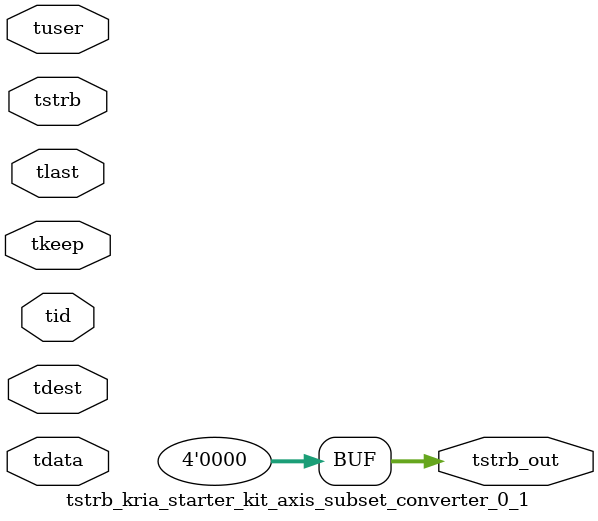
<source format=v>


`timescale 1ps/1ps

module tstrb_kria_starter_kit_axis_subset_converter_0_1 #
(
parameter C_S_AXIS_TDATA_WIDTH = 32,
parameter C_S_AXIS_TUSER_WIDTH = 0,
parameter C_S_AXIS_TID_WIDTH   = 0,
parameter C_S_AXIS_TDEST_WIDTH = 0,
parameter C_M_AXIS_TDATA_WIDTH = 32
)
(
input  [(C_S_AXIS_TDATA_WIDTH == 0 ? 1 : C_S_AXIS_TDATA_WIDTH)-1:0     ] tdata,
input  [(C_S_AXIS_TUSER_WIDTH == 0 ? 1 : C_S_AXIS_TUSER_WIDTH)-1:0     ] tuser,
input  [(C_S_AXIS_TID_WIDTH   == 0 ? 1 : C_S_AXIS_TID_WIDTH)-1:0       ] tid,
input  [(C_S_AXIS_TDEST_WIDTH == 0 ? 1 : C_S_AXIS_TDEST_WIDTH)-1:0     ] tdest,
input  [(C_S_AXIS_TDATA_WIDTH/8)-1:0 ] tkeep,
input  [(C_S_AXIS_TDATA_WIDTH/8)-1:0 ] tstrb,
input                                                                    tlast,
output [(C_M_AXIS_TDATA_WIDTH/8)-1:0 ] tstrb_out
);

assign tstrb_out = {1'b0};

endmodule


</source>
